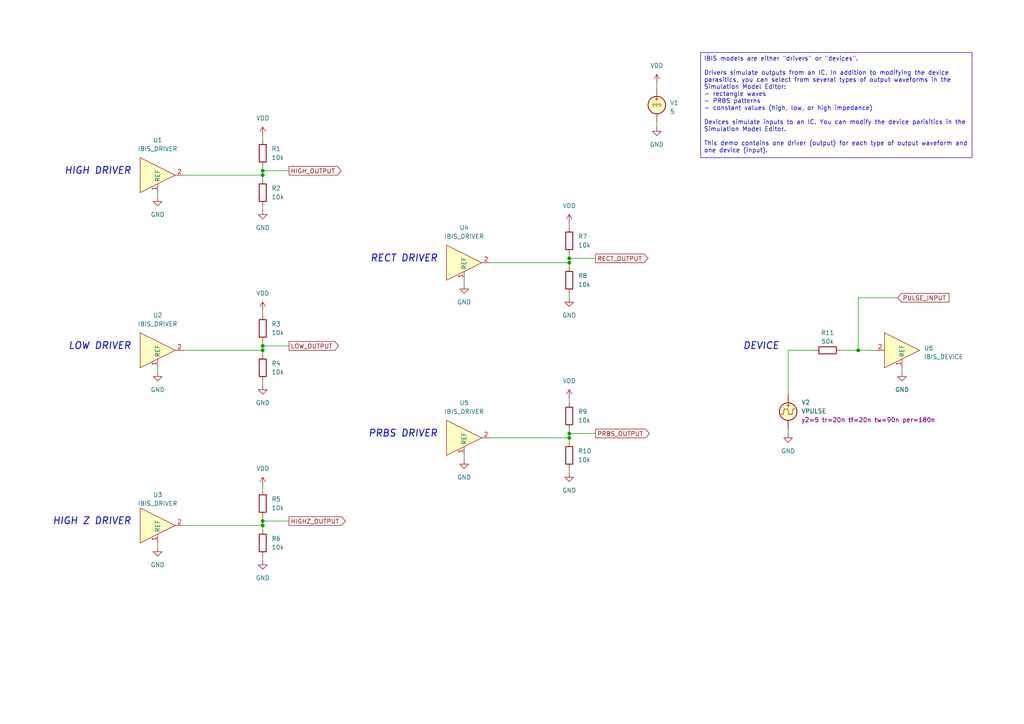
<source format=kicad_sch>
(kicad_sch (version 20231120) (generator "eeschema") (generator_version "7.99")
  (paper "A4")
  (title_block (title "KiCad IBIS Demo"))
  (lib_symbols
    (symbol "Device:R" (pin_numbers hide) (pin_names (offset 0))
      (property "Reference" "R" (at 2.032 0 90))
      (property "Value" "R" (at 0 0 90))
      (symbol "R_0_1"
        (rectangle (start -1.016 -2.54) (end 1.016 2.54) (stroke (width 0.254)))
      )
      (symbol "R_1_1"
        (pin passive line (at 0 3.81 270) (length 1.27) (name "~") (number "1"))
        (pin passive line (at 0 -3.81 90) (length 1.27) (name "~") (number "2"))
      )
    )
    (symbol "IBIS_DRIVER_1"
      (property "Reference" "U?" (at 0 8.89 0))
      (property "Value" "IBIS_DRIVER" (at 0 6.35 0))
      (symbol "IBIS_DRIVER_1_0_1"
        (polyline (pts (xy 5.08 0) (xy -5.08 5.08) (xy -5.08 -5.08) (xy 5.08 0)) (fill (type background)))
      )
      (symbol "IBIS_DRIVER_1_1_1"
        (pin power_in line (at 0 -5.08 90) (length 2.54) (name "REF") (number "1"))
        (pin bidirectional line (at 7.62 0 180) (length 2.54) (name "") (number "2"))
      )
    )
    (symbol "Simulation_SPICE:IBIS_DEVICE"
      (property "Reference" "U?" (at 6.35 0.635 0))
      (property "Value" "IBIS_DEVICE" (at 6.35 -1.905 0))
      (symbol "IBIS_DEVICE_0_1"
        (polyline (pts (xy 5.08 0) (xy -5.08 5.08) (xy -5.08 -5.08) (xy 5.08 0)) (fill (type background)))
      )
      (symbol "IBIS_DEVICE_1_1"
        (pin power_in line (at 0 -5.08 90) (length 2.54) (name "REF") (number "1"))
        (pin input line (at -7.62 0 0) (length 2.54) (name "") (number "2"))
      )
    )
    (symbol "VDC_1" (pin_numbers hide) (pin_names (offset 0.0254))
      (property "Reference" "V" (at 2.54 2.54 0))
      (property "Value" "1" (at 2.54 0 0))
      (symbol "VDC_1_0_0"
        (polyline (pts (xy -1.27 0.254) (xy 1.27 0.254)))
        (polyline (pts (xy -0.762 -0.254) (xy -1.27 -0.254)))
        (polyline (pts (xy 0.254 -0.254) (xy -0.254 -0.254)))
        (polyline (pts (xy 1.27 -0.254) (xy 0.762 -0.254)))
        (text "+" (at 0 1.905 0) (effects (font (size 1.27 1.27))))
      )
      (symbol "VDC_1_0_1"
        (circle (center 0 0) (radius 2.54) (stroke (width 0.254)) (fill (type background)))
      )
      (symbol "VDC_1_1_1"
        (pin passive line (at 0 5.08 270) (length 2.54) (name "~") (number "1"))
        (pin passive line (at 0 -5.08 90) (length 2.54) (name "~") (number "2"))
      )
    )
    (symbol "VPULSE_1" (pin_numbers hide) (pin_names (offset 0.0254))
      (property "Reference" "V" (at 2.54 2.54 0))
      (property "Value" "VPULSE" (at 2.54 0 0))
      (property "Sim.Params" "y1=0 y2=1 td=2n tr=2n tf=2n tw=50n per=100n" (at 2.54 -2.54 0))
      (symbol "VPULSE_1_0_0"
        (polyline (pts (xy -2.032 -0.762) (xy -1.397 -0.762) (xy -1.143 0.762) (xy -0.127 0.762) (xy 0.127 -0.762) (xy 1.143 -0.762) (xy 1.397 0.762) (xy 2.032 0.762)))
        (text "+" (at 0 1.905 0) (effects (font (size 1.27 1.27))))
      )
      (symbol "VPULSE_1_0_1"
        (circle (center 0 0) (radius 2.54) (stroke (width 0.254)) (fill (type background)))
      )
      (symbol "VPULSE_1_1_1"
        (pin passive line (at 0 5.08 270) (length 2.54) (name "~") (number "1"))
        (pin passive line (at 0 -5.08 90) (length 2.54) (name "~") (number "2"))
      )
    )
    (symbol "power:GND" (power) (pin_names (offset 0))
      (property "Value" "GND" (at 0 -3.81 0))
      (symbol "GND_0_1"
        (polyline (pts (xy 0 0) (xy 0 -1.27) (xy 1.27 -1.27) (xy 0 -2.54) (xy -1.27 -1.27) (xy 0 -1.27)))
      )
      (symbol "GND_1_1"
        (pin power_in line (at 0 0 270) (length 0) hide (name "GND") (number "1"))
      )
    )
    (symbol "power:VDD" (power) (pin_names (offset 0))
      (property "Value" "VDD" (at 0 3.81 0))
      (symbol "VDD_0_1"
        (polyline (pts (xy -0.762 1.27) (xy 0 2.54)))
        (polyline (pts (xy 0 0) (xy 0 2.54)))
        (polyline (pts (xy 0 2.54) (xy 0.762 1.27)))
      )
      (symbol "VDD_1_1"
        (pin power_in line (at 0 0 90) (length 0) hide (name "VDD") (number "1"))
      )
    )
  )
  (junction (at 76.2 151.13))
  (junction (at 165.1 74.93))
  (junction (at 76.2 100.33))
  (junction (at 165.1 76.2))
  (junction (at 165.1 127))
  (junction (at 76.2 152.4))
  (junction (at 76.2 49.53))
  (junction (at 76.2 50.8))
  (junction (at 248.92 101.6))
  (junction (at 165.1 125.73))
  (junction (at 76.2 101.6))
  (wire (pts (xy 134.62 81.28) (xy 134.62 82.55)))
  (wire (pts (xy 165.1 74.93) (xy 172.72 74.93)))
  (wire (pts (xy 45.72 55.88) (xy 45.72 57.15)))
  (wire (pts (xy 228.6 101.6) (xy 236.22 101.6)))
  (wire (pts (xy 260.35 86.36) (xy 248.92 86.36)))
  (wire (pts (xy 243.84 101.6) (xy 248.92 101.6)))
  (wire (pts (xy 76.2 50.8) (xy 76.2 52.07)))
  (wire (pts (xy 76.2 100.33) (xy 83.82 100.33)))
  (wire (pts (xy 165.1 124.46) (xy 165.1 125.73)))
  (wire (pts (xy 76.2 151.13) (xy 83.82 151.13)))
  (wire (pts (xy 165.1 85.09) (xy 165.1 86.36)))
  (wire (pts (xy 76.2 90.17) (xy 76.2 91.44)))
  (wire (pts (xy 45.72 106.68) (xy 45.72 107.95)))
  (wire (pts (xy 228.6 114.3) (xy 228.6 101.6)))
  (wire (pts (xy 165.1 125.73) (xy 172.72 125.73)))
  (wire (pts (xy 165.1 115.57) (xy 165.1 116.84)))
  (wire (pts (xy 228.6 125.73) (xy 228.6 124.46)))
  (wire (pts (xy 76.2 99.06) (xy 76.2 100.33)))
  (wire (pts (xy 248.92 101.6) (xy 254 101.6)))
  (wire (pts (xy 134.62 132.08) (xy 134.62 133.35)))
  (wire (pts (xy 76.2 101.6) (xy 76.2 102.87)))
  (wire (pts (xy 76.2 59.69) (xy 76.2 60.96)))
  (wire (pts (xy 45.72 157.48) (xy 45.72 158.75)))
  (wire (pts (xy 76.2 49.53) (xy 76.2 50.8)))
  (wire (pts (xy 165.1 74.93) (xy 165.1 76.2)))
  (wire (pts (xy 53.34 101.6) (xy 76.2 101.6)))
  (wire (pts (xy 142.24 76.2) (xy 165.1 76.2)))
  (wire (pts (xy 165.1 125.73) (xy 165.1 127)))
  (wire (pts (xy 53.34 50.8) (xy 76.2 50.8)))
  (wire (pts (xy 76.2 140.97) (xy 76.2 142.24)))
  (wire (pts (xy 76.2 48.26) (xy 76.2 49.53)))
  (wire (pts (xy 165.1 73.66) (xy 165.1 74.93)))
  (wire (pts (xy 165.1 127) (xy 165.1 128.27)))
  (wire (pts (xy 248.92 86.36) (xy 248.92 101.6)))
  (wire (pts (xy 190.5 24.13) (xy 190.5 25.4)))
  (wire (pts (xy 165.1 64.77) (xy 165.1 66.04)))
  (wire (pts (xy 76.2 161.29) (xy 76.2 162.56)))
  (wire (pts (xy 165.1 135.89) (xy 165.1 137.16)))
  (wire (pts (xy 76.2 49.53) (xy 83.82 49.53)))
  (wire (pts (xy 190.5 35.56) (xy 190.5 36.83)))
  (wire (pts (xy 76.2 151.13) (xy 76.2 152.4)))
  (wire (pts (xy 53.34 152.4) (xy 76.2 152.4)))
  (wire (pts (xy 76.2 110.49) (xy 76.2 111.76)))
  (wire (pts (xy 76.2 149.86) (xy 76.2 151.13)))
  (wire (pts (xy 76.2 152.4) (xy 76.2 153.67)))
  (wire (pts (xy 76.2 100.33) (xy 76.2 101.6)))
  (wire (pts (xy 261.62 106.68) (xy 261.62 107.95)))
  (wire (pts (xy 165.1 76.2) (xy 165.1 77.47)))
  (wire (pts (xy 76.2 39.37) (xy 76.2 40.64)))
  (wire (pts (xy 142.24 127) (xy 165.1 127)))
  (text_box "IBIS models are either \"drivers\" or \"devices\".\n\nDrivers simulate outputs from an IC. In addition to modifying the device parasitics, you can select from several types of output waveforms in the Simulation Model Editor:\n- rectangle waves\n- PRBS patterns\n- constant values (high, low, or high impedance)\n\nDevices simulate inputs to an IC. You can modify the device parisitics in the Simulation Model Editor.\n\nThis demo contains one driver (output) for each type of output waveform and one device (input)." (at 203.2 15.24 0) (size 78.74 30.48) (effects (font (size 1.27 1.27)) (justify left top)))
  (text "RECT DRIVER" (at 127 76.2 0) (effects (font (size 2 2) (thickness 0.254) (bold yes) (italic yes)) (justify right bottom)))
  (text "HIGH DRIVER" (at 38.1 50.8 0) (effects (font (size 2 2) (thickness 0.254) (bold yes) (italic yes)) (justify right bottom)))
  (text "PRBS DRIVER" (at 127 127 0) (effects (font (size 2 2) (thickness 0.254) (bold yes) (italic yes)) (justify right bottom)))
  (text "DEVICE" (at 226.06 101.6 0) (effects (font (size 2 2) (thickness 0.254) (bold yes) (italic yes)) (justify right bottom)))
  (text "LOW DRIVER" (at 38.1 101.6 0) (effects (font (size 2 2) (thickness 0.254) (bold yes) (italic yes)) (justify right bottom)))
  (text "HIGH Z DRIVER" (at 38.1 152.4 0) (effects (font (size 2 2) (thickness 0.254) (bold yes) (italic yes)) (justify right bottom)))
  (global_label "PULSE_INPUT" (shape input) (at 260.35 86.36 0) (property "Intersheetrefs" "${INTERSHEET_REFS}" (effects (hide yes))))
  (global_label "LOW_OUTPUT" (shape output) (at 83.82 100.33 0) (property "Intersheetrefs" "${INTERSHEET_REFS}" (effects (hide yes))))
  (global_label "RECT_OUTPUT" (shape output) (at 172.72 74.93 0) (property "Intersheetrefs" "${INTERSHEET_REFS}" (effects (hide yes))))
  (global_label "PRBS_OUTPUT" (shape output) (at 172.72 125.73 0) (property "Intersheetrefs" "${INTERSHEET_REFS}" (effects (hide yes))))
  (global_label "HIGHZ_OUTPUT" (shape output) (at 83.82 151.13 0) (property "Intersheetrefs" "${INTERSHEET_REFS}" (effects (hide yes))))
  (global_label "HIGH_OUTPUT" (shape output) (at 83.82 49.53 0) (property "Intersheetrefs" "${INTERSHEET_REFS}" (effects (hide yes))))
  (symbol (lib_id "Device:R") (at 165.1 69.85 0) (unit 1)
    (property "Reference" "R7" (at 167.64 68.58 0) (effects (justify left)))
    (property "Value" "10k" (at 167.64 71.12 0) (effects (justify left)))
  )
  (symbol (lib_id "Device:R") (at 165.1 132.08 0) (unit 1)
    (property "Reference" "R10" (at 167.64 130.81 0) (effects (justify left)))
    (property "Value" "10k" (at 167.64 133.35 0) (effects (justify left)))
  )
  (symbol (lib_name "IBIS_DRIVER_1") (lib_id "Simulation_SPICE:IBIS_DRIVER") (at 134.62 76.2 0) (unit 1)
    (property "Reference" "U4" (at 134.62 66.04 0))
    (property "Value" "IBIS_DRIVER" (at 134.62 68.58 0))
    (property "Datasheet" "https://ibis.org" (effects (hide yes)))
    (property "Sim.Device" "IBIS" (effects (hide yes)))
    (property "Sim.Type" "RECTDRIVER" (effects (hide yes)))
    (property "Sim.Pins" "1=GND 2=IN/OUT" (effects (hide yes)))
    (property "Sim.Name" "Virtual" (effects (hide yes)))
    (property "Sim.Library" "ibis_v1_1.ibs" (effects (hide yes)))
    (property "Sim.Ibis.Pin" "4" (effects (hide yes)))
    (property "Sim.Ibis.Model" "Output" (effects (hide yes)))
    (property "Sim.Params" "ton=100n toff=100n td=0 n=50" (effects (hide yes)))
  )
  (symbol (lib_id "Device:R") (at 76.2 44.45 0) (unit 1)
    (property "Reference" "R1" (at 78.74 43.18 0) (effects (justify left)))
    (property "Value" "10k" (at 78.74 45.72 0) (effects (justify left)))
  )
  (symbol (lib_id "power:VDD") (at 76.2 39.37 0) (unit 1)
    (property "Reference" "#PWR04" (effects (hide yes)))
    (property "Value" "VDD" (at 76.2 34.29 0))
  )
  (symbol (lib_id "power:VDD") (at 76.2 90.17 0) (unit 1)
    (property "Reference" "#PWR05" (effects (hide yes)))
    (property "Value" "VDD" (at 76.2 85.09 0))
  )
  (symbol (lib_id "power:VDD") (at 165.1 115.57 0) (unit 1)
    (property "Reference" "#PWR07" (effects (hide yes)))
    (property "Value" "VDD" (at 165.1 110.49 0))
  )
  (symbol (lib_id "power:GND") (at 261.62 107.95 0) (unit 1)
    (property "Reference" "#PWR0111" (effects (hide yes)))
    (property "Value" "GND" (at 261.62 113.03 0))
  )
  (symbol (lib_id "Device:R") (at 76.2 55.88 0) (unit 1)
    (property "Reference" "R2" (at 78.74 54.61 0) (effects (justify left)))
    (property "Value" "10k" (at 78.74 57.15 0) (effects (justify left)))
  )
  (symbol (lib_name "IBIS_DRIVER_1") (lib_id "Simulation_SPICE:IBIS_DRIVER") (at 45.72 152.4 0) (unit 1)
    (property "Reference" "U3" (at 45.72 143.51 0))
    (property "Value" "IBIS_DRIVER" (at 45.72 146.05 0))
    (property "Datasheet" "https://ibis.org" (effects (hide yes)))
    (property "Sim.Name" "Virtual" (effects (hide yes)))
    (property "Sim.Library" "ibis_v1_1.ibs" (effects (hide yes)))
    (property "Sim.Ibis.Pin" "4" (effects (hide yes)))
    (property "Sim.Ibis.Model" "Output" (effects (hide yes)))
    (property "Sim.Device" "IBIS" (effects (hide yes)))
    (property "Sim.Type" "DCDRIVER" (effects (hide yes)))
    (property "Sim.Pins" "1=GND 2=IN/OUT" (effects (hide yes)))
  )
  (symbol (lib_id "power:GND") (at 45.72 107.95 0) (unit 1)
    (property "Reference" "#PWR0105" (effects (hide yes)))
    (property "Value" "GND" (at 45.72 113.03 0))
  )
  (symbol (lib_id "power:GND") (at 190.5 36.83 0) (unit 1)
    (property "Reference" "#PWR02" (effects (hide yes)))
    (property "Value" "GND" (at 190.5 41.91 0))
  )
  (symbol (lib_id "power:VDD") (at 76.2 140.97 0) (unit 1)
    (property "Reference" "#PWR06" (effects (hide yes)))
    (property "Value" "VDD" (at 76.2 135.89 0))
  )
  (symbol (lib_id "Device:R") (at 76.2 95.25 0) (unit 1)
    (property "Reference" "R3" (at 78.74 93.98 0) (effects (justify left)))
    (property "Value" "10k" (at 78.74 96.52 0) (effects (justify left)))
  )
  (symbol (lib_name "IBIS_DRIVER_1") (lib_id "Simulation_SPICE:IBIS_DRIVER") (at 134.62 127 0) (unit 1)
    (property "Reference" "U5" (at 134.62 116.84 0))
    (property "Value" "IBIS_DRIVER" (at 134.62 119.38 0))
    (property "Datasheet" "https://ibis.org" (effects (hide yes)))
    (property "Sim.Name" "Virtual" (effects (hide yes)))
    (property "Sim.Library" "ibis_v1_1.ibs" (effects (hide yes)))
    (property "Sim.Ibis.Pin" "4" (effects (hide yes)))
    (property "Sim.Ibis.Model" "Output" (effects (hide yes)))
    (property "Sim.Device" "IBIS" (effects (hide yes)))
    (property "Sim.Type" "PRBSDRIVER" (effects (hide yes)))
    (property "Sim.Pins" "1=GND 2=IN/OUT" (effects (hide yes)))
    (property "Sim.Params" "f0=10M n=20" (effects (hide yes)))
  )
  (symbol (lib_id "power:GND") (at 45.72 57.15 0) (unit 1)
    (property "Reference" "#PWR0102" (effects (hide yes)))
    (property "Value" "GND" (at 45.72 62.23 0))
  )
  (symbol (lib_id "Device:R") (at 240.03 101.6 90) (unit 1)
    (property "Reference" "R11" (at 240.03 96.52 90))
    (property "Value" "50k" (at 240.03 99.06 90))
  )
  (symbol (lib_id "power:GND") (at 76.2 162.56 0) (unit 1)
    (property "Reference" "#PWR0106" (effects (hide yes)))
    (property "Value" "GND" (at 76.2 167.64 0))
  )
  (symbol (lib_id "power:GND") (at 165.1 137.16 0) (unit 1)
    (property "Reference" "#PWR0108" (effects (hide yes)))
    (property "Value" "GND" (at 165.1 142.24 0))
  )
  (symbol (lib_id "Simulation_SPICE:IBIS_DEVICE") (at 261.62 101.6 0) (unit 1)
    (property "Reference" "U6" (at 267.97 100.965 0) (effects (justify left)))
    (property "Value" "IBIS_DEVICE" (at 267.97 103.505 0) (effects (justify left)))
    (property "Datasheet" "https://ibis.org" (effects (hide yes)))
    (property "Sim.Name" "Virtual" (effects (hide yes)))
    (property "Sim.Library" "ibis_v1_1.ibs" (effects (hide yes)))
    (property "Sim.Ibis.Pin" "3" (effects (hide yes)))
    (property "Sim.Ibis.Model" "Input" (effects (hide yes)))
    (property "Sim.Device" "IBIS" (effects (hide yes)))
    (property "Sim.Type" "DEVICE" (effects (hide yes)))
    (property "Sim.Pins" "1=GND 2=IN/OUT" (effects (hide yes)))
  )
  (symbol (lib_id "power:GND") (at 165.1 86.36 0) (unit 1)
    (property "Reference" "#PWR0110" (effects (hide yes)))
    (property "Value" "GND" (at 165.1 91.44 0))
  )
  (symbol (lib_id "Device:R") (at 165.1 81.28 0) (unit 1)
    (property "Reference" "R8" (at 167.64 80.01 0) (effects (justify left)))
    (property "Value" "10k" (at 167.64 82.55 0) (effects (justify left)))
  )
  (symbol (lib_name "VDC_1") (lib_id "Simulation_SPICE:VDC") (at 190.5 30.48 0) (unit 1)
    (property "Reference" "V1" (at 194.31 29.8092 0) (effects (justify left)))
    (property "Value" "5" (at 194.31 32.3492 0) (effects (justify left)))
    (property "Sim.Pins" "1=+ 2=-" (effects (hide yes)))
    (property "Sim.Type" "DC" (effects (hide yes)))
    (property "Sim.Device" "V" (effects (hide yes)))
  )
  (symbol (lib_id "Device:R") (at 76.2 157.48 0) (unit 1)
    (property "Reference" "R6" (at 78.74 156.21 0) (effects (justify left)))
    (property "Value" "10k" (at 78.74 158.75 0) (effects (justify left)))
  )
  (symbol (lib_id "power:GND") (at 45.72 158.75 0) (unit 1)
    (property "Reference" "#PWR0101" (effects (hide yes)))
    (property "Value" "GND" (at 45.72 163.83 0))
  )
  (symbol (lib_name "VPULSE_1") (lib_id "Simulation_SPICE:VPULSE") (at 228.6 119.38 0) (unit 1)
    (property "Reference" "V2" (at 232.41 116.7102 0) (effects (justify left)))
    (property "Value" "VPULSE" (at 232.41 119.2502 0) (effects (justify left)))
    (property "Sim.Pins" "1=+ 2=-" (effects (hide yes)))
    (property "Sim.Type" "PULSE" (effects (hide yes)))
    (property "Sim.Device" "V" (effects (hide yes)))
    (property "Sim.Params" "y2=5 tr=20n tf=20n tw=90n per=180n" (at 232.41 121.7902 0) (effects (justify left)))
  )
  (symbol (lib_id "Device:R") (at 76.2 106.68 0) (unit 1)
    (property "Reference" "R4" (at 78.74 105.41 0) (effects (justify left)))
    (property "Value" "10k" (at 78.74 107.95 0) (effects (justify left)))
  )
  (symbol (lib_id "power:VDD") (at 190.5 24.13 0) (unit 1)
    (property "Reference" "#PWR01" (effects (hide yes)))
    (property "Value" "VDD" (at 190.5 19.05 0))
  )
  (symbol (lib_id "power:GND") (at 228.6 125.73 0) (unit 1)
    (property "Reference" "#PWR0112" (effects (hide yes)))
    (property "Value" "GND" (at 228.6 130.81 0))
  )
  (symbol (lib_id "power:VDD") (at 165.1 64.77 0) (unit 1)
    (property "Reference" "#PWR03" (effects (hide yes)))
    (property "Value" "VDD" (at 165.1 59.69 0))
  )
  (symbol (lib_id "power:GND") (at 76.2 60.96 0) (unit 1)
    (property "Reference" "#PWR0103" (effects (hide yes)))
    (property "Value" "GND" (at 76.2 66.04 0))
  )
  (symbol (lib_id "power:GND") (at 134.62 82.55 0) (unit 1)
    (property "Reference" "#PWR0107" (effects (hide yes)))
    (property "Value" "GND" (at 134.62 87.63 0))
  )
  (symbol (lib_name "IBIS_DRIVER_1") (lib_id "Simulation_SPICE:IBIS_DRIVER") (at 45.72 50.8 0) (unit 1)
    (property "Reference" "U1" (at 45.72 40.64 0))
    (property "Value" "IBIS_DRIVER" (at 45.72 43.18 0))
    (property "Datasheet" "https://ibis.org" (effects (hide yes)))
    (property "Sim.Name" "Virtual" (effects (hide yes)))
    (property "Sim.Library" "ibis_v1_1.ibs" (effects (hide yes)))
    (property "Sim.Ibis.Pin" "4" (effects (hide yes)))
    (property "Sim.Ibis.Model" "Output" (effects (hide yes)))
    (property "Sim.Device" "IBIS" (effects (hide yes)))
    (property "Sim.Type" "DCDRIVER" (effects (hide yes)))
    (property "Sim.Pins" "1=GND 2=IN/OUT" (effects (hide yes)))
    (property "Sim.Params" "dc=high" (effects (hide yes)))
  )
  (symbol (lib_id "power:GND") (at 76.2 111.76 0) (unit 1)
    (property "Reference" "#PWR0104" (effects (hide yes)))
    (property "Value" "GND" (at 76.2 116.84 0))
  )
  (symbol (lib_id "Device:R") (at 76.2 146.05 0) (unit 1)
    (property "Reference" "R5" (at 78.74 144.78 0) (effects (justify left)))
    (property "Value" "10k" (at 78.74 147.32 0) (effects (justify left)))
  )
  (symbol (lib_name "IBIS_DRIVER_1") (lib_id "Simulation_SPICE:IBIS_DRIVER") (at 45.72 101.6 0) (unit 1)
    (property "Reference" "U2" (at 45.72 91.44 0))
    (property "Value" "IBIS_DRIVER" (at 45.72 93.98 0))
    (property "Datasheet" "https://ibis.org" (effects (hide yes)))
    (property "Sim.Name" "Virtual" (effects (hide yes)))
    (property "Sim.Library" "ibis_v1_1.ibs" (effects (hide yes)))
    (property "Sim.Ibis.Pin" "4" (effects (hide yes)))
    (property "Sim.Ibis.Model" "Output" (effects (hide yes)))
    (property "Sim.Device" "IBIS" (effects (hide yes)))
    (property "Sim.Type" "DCDRIVER" (effects (hide yes)))
    (property "Sim.Pins" "1=GND 2=IN/OUT" (effects (hide yes)))
    (property "Sim.Params" "dc=low" (effects (hide yes)))
  )
  (symbol (lib_id "Device:R") (at 165.1 120.65 0) (unit 1)
    (property "Reference" "R9" (at 167.64 119.38 0) (effects (justify left)))
    (property "Value" "10k" (at 167.64 121.92 0) (effects (justify left)))
  )
  (symbol (lib_id "power:GND") (at 134.62 133.35 0) (unit 1)
    (property "Reference" "#PWR0109" (effects (hide yes)))
    (property "Value" "GND" (at 134.62 138.43 0))
  )
)
</source>
